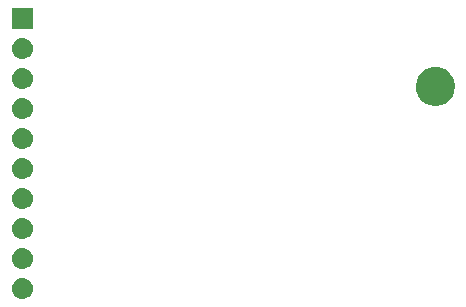
<source format=gbr>
G04 #@! TF.GenerationSoftware,KiCad,Pcbnew,(5.1.4)-1*
G04 #@! TF.CreationDate,2019-12-30T10:40:51-06:00*
G04 #@! TF.ProjectId,analog_pcb,616e616c-6f67-45f7-9063-622e6b696361,rev?*
G04 #@! TF.SameCoordinates,Original*
G04 #@! TF.FileFunction,Soldermask,Bot*
G04 #@! TF.FilePolarity,Negative*
%FSLAX46Y46*%
G04 Gerber Fmt 4.6, Leading zero omitted, Abs format (unit mm)*
G04 Created by KiCad (PCBNEW (5.1.4)-1) date 2019-12-30 10:40:51*
%MOMM*%
%LPD*%
G04 APERTURE LIST*
%ADD10C,0.100000*%
G04 APERTURE END LIST*
D10*
G36*
X117050442Y-88805518D02*
G01*
X117116627Y-88812037D01*
X117286466Y-88863557D01*
X117442991Y-88947222D01*
X117478729Y-88976552D01*
X117580186Y-89059814D01*
X117663448Y-89161271D01*
X117692778Y-89197009D01*
X117776443Y-89353534D01*
X117827963Y-89523373D01*
X117845359Y-89700000D01*
X117827963Y-89876627D01*
X117776443Y-90046466D01*
X117692778Y-90202991D01*
X117663448Y-90238729D01*
X117580186Y-90340186D01*
X117478729Y-90423448D01*
X117442991Y-90452778D01*
X117286466Y-90536443D01*
X117116627Y-90587963D01*
X117050442Y-90594482D01*
X116984260Y-90601000D01*
X116895740Y-90601000D01*
X116829558Y-90594482D01*
X116763373Y-90587963D01*
X116593534Y-90536443D01*
X116437009Y-90452778D01*
X116401271Y-90423448D01*
X116299814Y-90340186D01*
X116216552Y-90238729D01*
X116187222Y-90202991D01*
X116103557Y-90046466D01*
X116052037Y-89876627D01*
X116034641Y-89700000D01*
X116052037Y-89523373D01*
X116103557Y-89353534D01*
X116187222Y-89197009D01*
X116216552Y-89161271D01*
X116299814Y-89059814D01*
X116401271Y-88976552D01*
X116437009Y-88947222D01*
X116593534Y-88863557D01*
X116763373Y-88812037D01*
X116829558Y-88805518D01*
X116895740Y-88799000D01*
X116984260Y-88799000D01*
X117050442Y-88805518D01*
X117050442Y-88805518D01*
G37*
G36*
X117050443Y-86265519D02*
G01*
X117116627Y-86272037D01*
X117286466Y-86323557D01*
X117442991Y-86407222D01*
X117478729Y-86436552D01*
X117580186Y-86519814D01*
X117663448Y-86621271D01*
X117692778Y-86657009D01*
X117776443Y-86813534D01*
X117827963Y-86983373D01*
X117845359Y-87160000D01*
X117827963Y-87336627D01*
X117776443Y-87506466D01*
X117692778Y-87662991D01*
X117663448Y-87698729D01*
X117580186Y-87800186D01*
X117478729Y-87883448D01*
X117442991Y-87912778D01*
X117286466Y-87996443D01*
X117116627Y-88047963D01*
X117050442Y-88054482D01*
X116984260Y-88061000D01*
X116895740Y-88061000D01*
X116829558Y-88054482D01*
X116763373Y-88047963D01*
X116593534Y-87996443D01*
X116437009Y-87912778D01*
X116401271Y-87883448D01*
X116299814Y-87800186D01*
X116216552Y-87698729D01*
X116187222Y-87662991D01*
X116103557Y-87506466D01*
X116052037Y-87336627D01*
X116034641Y-87160000D01*
X116052037Y-86983373D01*
X116103557Y-86813534D01*
X116187222Y-86657009D01*
X116216552Y-86621271D01*
X116299814Y-86519814D01*
X116401271Y-86436552D01*
X116437009Y-86407222D01*
X116593534Y-86323557D01*
X116763373Y-86272037D01*
X116829557Y-86265519D01*
X116895740Y-86259000D01*
X116984260Y-86259000D01*
X117050443Y-86265519D01*
X117050443Y-86265519D01*
G37*
G36*
X117050443Y-83725519D02*
G01*
X117116627Y-83732037D01*
X117286466Y-83783557D01*
X117442991Y-83867222D01*
X117478729Y-83896552D01*
X117580186Y-83979814D01*
X117663448Y-84081271D01*
X117692778Y-84117009D01*
X117776443Y-84273534D01*
X117827963Y-84443373D01*
X117845359Y-84620000D01*
X117827963Y-84796627D01*
X117776443Y-84966466D01*
X117692778Y-85122991D01*
X117663448Y-85158729D01*
X117580186Y-85260186D01*
X117478729Y-85343448D01*
X117442991Y-85372778D01*
X117286466Y-85456443D01*
X117116627Y-85507963D01*
X117050443Y-85514481D01*
X116984260Y-85521000D01*
X116895740Y-85521000D01*
X116829557Y-85514481D01*
X116763373Y-85507963D01*
X116593534Y-85456443D01*
X116437009Y-85372778D01*
X116401271Y-85343448D01*
X116299814Y-85260186D01*
X116216552Y-85158729D01*
X116187222Y-85122991D01*
X116103557Y-84966466D01*
X116052037Y-84796627D01*
X116034641Y-84620000D01*
X116052037Y-84443373D01*
X116103557Y-84273534D01*
X116187222Y-84117009D01*
X116216552Y-84081271D01*
X116299814Y-83979814D01*
X116401271Y-83896552D01*
X116437009Y-83867222D01*
X116593534Y-83783557D01*
X116763373Y-83732037D01*
X116829557Y-83725519D01*
X116895740Y-83719000D01*
X116984260Y-83719000D01*
X117050443Y-83725519D01*
X117050443Y-83725519D01*
G37*
G36*
X117050443Y-81185519D02*
G01*
X117116627Y-81192037D01*
X117286466Y-81243557D01*
X117442991Y-81327222D01*
X117478729Y-81356552D01*
X117580186Y-81439814D01*
X117663448Y-81541271D01*
X117692778Y-81577009D01*
X117776443Y-81733534D01*
X117827963Y-81903373D01*
X117845359Y-82080000D01*
X117827963Y-82256627D01*
X117776443Y-82426466D01*
X117692778Y-82582991D01*
X117663448Y-82618729D01*
X117580186Y-82720186D01*
X117478729Y-82803448D01*
X117442991Y-82832778D01*
X117286466Y-82916443D01*
X117116627Y-82967963D01*
X117050443Y-82974481D01*
X116984260Y-82981000D01*
X116895740Y-82981000D01*
X116829557Y-82974481D01*
X116763373Y-82967963D01*
X116593534Y-82916443D01*
X116437009Y-82832778D01*
X116401271Y-82803448D01*
X116299814Y-82720186D01*
X116216552Y-82618729D01*
X116187222Y-82582991D01*
X116103557Y-82426466D01*
X116052037Y-82256627D01*
X116034641Y-82080000D01*
X116052037Y-81903373D01*
X116103557Y-81733534D01*
X116187222Y-81577009D01*
X116216552Y-81541271D01*
X116299814Y-81439814D01*
X116401271Y-81356552D01*
X116437009Y-81327222D01*
X116593534Y-81243557D01*
X116763373Y-81192037D01*
X116829557Y-81185519D01*
X116895740Y-81179000D01*
X116984260Y-81179000D01*
X117050443Y-81185519D01*
X117050443Y-81185519D01*
G37*
G36*
X117050442Y-78645518D02*
G01*
X117116627Y-78652037D01*
X117286466Y-78703557D01*
X117442991Y-78787222D01*
X117478729Y-78816552D01*
X117580186Y-78899814D01*
X117663448Y-79001271D01*
X117692778Y-79037009D01*
X117776443Y-79193534D01*
X117827963Y-79363373D01*
X117845359Y-79540000D01*
X117827963Y-79716627D01*
X117776443Y-79886466D01*
X117692778Y-80042991D01*
X117663448Y-80078729D01*
X117580186Y-80180186D01*
X117478729Y-80263448D01*
X117442991Y-80292778D01*
X117286466Y-80376443D01*
X117116627Y-80427963D01*
X117050442Y-80434482D01*
X116984260Y-80441000D01*
X116895740Y-80441000D01*
X116829558Y-80434482D01*
X116763373Y-80427963D01*
X116593534Y-80376443D01*
X116437009Y-80292778D01*
X116401271Y-80263448D01*
X116299814Y-80180186D01*
X116216552Y-80078729D01*
X116187222Y-80042991D01*
X116103557Y-79886466D01*
X116052037Y-79716627D01*
X116034641Y-79540000D01*
X116052037Y-79363373D01*
X116103557Y-79193534D01*
X116187222Y-79037009D01*
X116216552Y-79001271D01*
X116299814Y-78899814D01*
X116401271Y-78816552D01*
X116437009Y-78787222D01*
X116593534Y-78703557D01*
X116763373Y-78652037D01*
X116829558Y-78645518D01*
X116895740Y-78639000D01*
X116984260Y-78639000D01*
X117050442Y-78645518D01*
X117050442Y-78645518D01*
G37*
G36*
X117050443Y-76105519D02*
G01*
X117116627Y-76112037D01*
X117286466Y-76163557D01*
X117442991Y-76247222D01*
X117478729Y-76276552D01*
X117580186Y-76359814D01*
X117663448Y-76461271D01*
X117692778Y-76497009D01*
X117776443Y-76653534D01*
X117827963Y-76823373D01*
X117845359Y-77000000D01*
X117827963Y-77176627D01*
X117776443Y-77346466D01*
X117692778Y-77502991D01*
X117663448Y-77538729D01*
X117580186Y-77640186D01*
X117478729Y-77723448D01*
X117442991Y-77752778D01*
X117286466Y-77836443D01*
X117116627Y-77887963D01*
X117050442Y-77894482D01*
X116984260Y-77901000D01*
X116895740Y-77901000D01*
X116829558Y-77894482D01*
X116763373Y-77887963D01*
X116593534Y-77836443D01*
X116437009Y-77752778D01*
X116401271Y-77723448D01*
X116299814Y-77640186D01*
X116216552Y-77538729D01*
X116187222Y-77502991D01*
X116103557Y-77346466D01*
X116052037Y-77176627D01*
X116034641Y-77000000D01*
X116052037Y-76823373D01*
X116103557Y-76653534D01*
X116187222Y-76497009D01*
X116216552Y-76461271D01*
X116299814Y-76359814D01*
X116401271Y-76276552D01*
X116437009Y-76247222D01*
X116593534Y-76163557D01*
X116763373Y-76112037D01*
X116829557Y-76105519D01*
X116895740Y-76099000D01*
X116984260Y-76099000D01*
X117050443Y-76105519D01*
X117050443Y-76105519D01*
G37*
G36*
X117050442Y-73565518D02*
G01*
X117116627Y-73572037D01*
X117286466Y-73623557D01*
X117442991Y-73707222D01*
X117478729Y-73736552D01*
X117580186Y-73819814D01*
X117631561Y-73882416D01*
X117692778Y-73957009D01*
X117776443Y-74113534D01*
X117827963Y-74283373D01*
X117845359Y-74460000D01*
X117827963Y-74636627D01*
X117776443Y-74806466D01*
X117692778Y-74962991D01*
X117663448Y-74998729D01*
X117580186Y-75100186D01*
X117478729Y-75183448D01*
X117442991Y-75212778D01*
X117286466Y-75296443D01*
X117116627Y-75347963D01*
X117050443Y-75354481D01*
X116984260Y-75361000D01*
X116895740Y-75361000D01*
X116829557Y-75354481D01*
X116763373Y-75347963D01*
X116593534Y-75296443D01*
X116437009Y-75212778D01*
X116401271Y-75183448D01*
X116299814Y-75100186D01*
X116216552Y-74998729D01*
X116187222Y-74962991D01*
X116103557Y-74806466D01*
X116052037Y-74636627D01*
X116034641Y-74460000D01*
X116052037Y-74283373D01*
X116103557Y-74113534D01*
X116187222Y-73957009D01*
X116248439Y-73882416D01*
X116299814Y-73819814D01*
X116401271Y-73736552D01*
X116437009Y-73707222D01*
X116593534Y-73623557D01*
X116763373Y-73572037D01*
X116829558Y-73565518D01*
X116895740Y-73559000D01*
X116984260Y-73559000D01*
X117050442Y-73565518D01*
X117050442Y-73565518D01*
G37*
G36*
X152275256Y-70991298D02*
G01*
X152381579Y-71012447D01*
X152682042Y-71136903D01*
X152952451Y-71317585D01*
X153182415Y-71547549D01*
X153363097Y-71817958D01*
X153478526Y-72096627D01*
X153487553Y-72118422D01*
X153551000Y-72437389D01*
X153551000Y-72762611D01*
X153508702Y-72975256D01*
X153487553Y-73081579D01*
X153363097Y-73382042D01*
X153182415Y-73652451D01*
X152952451Y-73882415D01*
X152682042Y-74063097D01*
X152381579Y-74187553D01*
X152275256Y-74208702D01*
X152062611Y-74251000D01*
X151737389Y-74251000D01*
X151524744Y-74208702D01*
X151418421Y-74187553D01*
X151117958Y-74063097D01*
X150847549Y-73882415D01*
X150617585Y-73652451D01*
X150436903Y-73382042D01*
X150312447Y-73081579D01*
X150291298Y-72975256D01*
X150249000Y-72762611D01*
X150249000Y-72437389D01*
X150312447Y-72118422D01*
X150321475Y-72096627D01*
X150436903Y-71817958D01*
X150617585Y-71547549D01*
X150847549Y-71317585D01*
X151117958Y-71136903D01*
X151418421Y-71012447D01*
X151524744Y-70991298D01*
X151737389Y-70949000D01*
X152062611Y-70949000D01*
X152275256Y-70991298D01*
X152275256Y-70991298D01*
G37*
G36*
X117050443Y-71025519D02*
G01*
X117116627Y-71032037D01*
X117286466Y-71083557D01*
X117442991Y-71167222D01*
X117478729Y-71196552D01*
X117580186Y-71279814D01*
X117663448Y-71381271D01*
X117692778Y-71417009D01*
X117776443Y-71573534D01*
X117827963Y-71743373D01*
X117845359Y-71920000D01*
X117827963Y-72096627D01*
X117776443Y-72266466D01*
X117692778Y-72422991D01*
X117680960Y-72437391D01*
X117580186Y-72560186D01*
X117478729Y-72643448D01*
X117442991Y-72672778D01*
X117286466Y-72756443D01*
X117116627Y-72807963D01*
X117050443Y-72814481D01*
X116984260Y-72821000D01*
X116895740Y-72821000D01*
X116829557Y-72814481D01*
X116763373Y-72807963D01*
X116593534Y-72756443D01*
X116437009Y-72672778D01*
X116401271Y-72643448D01*
X116299814Y-72560186D01*
X116199040Y-72437391D01*
X116187222Y-72422991D01*
X116103557Y-72266466D01*
X116052037Y-72096627D01*
X116034641Y-71920000D01*
X116052037Y-71743373D01*
X116103557Y-71573534D01*
X116187222Y-71417009D01*
X116216552Y-71381271D01*
X116299814Y-71279814D01*
X116401271Y-71196552D01*
X116437009Y-71167222D01*
X116593534Y-71083557D01*
X116763373Y-71032037D01*
X116829557Y-71025519D01*
X116895740Y-71019000D01*
X116984260Y-71019000D01*
X117050443Y-71025519D01*
X117050443Y-71025519D01*
G37*
G36*
X117050443Y-68485519D02*
G01*
X117116627Y-68492037D01*
X117286466Y-68543557D01*
X117442991Y-68627222D01*
X117478729Y-68656552D01*
X117580186Y-68739814D01*
X117663448Y-68841271D01*
X117692778Y-68877009D01*
X117776443Y-69033534D01*
X117827963Y-69203373D01*
X117845359Y-69380000D01*
X117827963Y-69556627D01*
X117776443Y-69726466D01*
X117692778Y-69882991D01*
X117663448Y-69918729D01*
X117580186Y-70020186D01*
X117478729Y-70103448D01*
X117442991Y-70132778D01*
X117286466Y-70216443D01*
X117116627Y-70267963D01*
X117050442Y-70274482D01*
X116984260Y-70281000D01*
X116895740Y-70281000D01*
X116829558Y-70274482D01*
X116763373Y-70267963D01*
X116593534Y-70216443D01*
X116437009Y-70132778D01*
X116401271Y-70103448D01*
X116299814Y-70020186D01*
X116216552Y-69918729D01*
X116187222Y-69882991D01*
X116103557Y-69726466D01*
X116052037Y-69556627D01*
X116034641Y-69380000D01*
X116052037Y-69203373D01*
X116103557Y-69033534D01*
X116187222Y-68877009D01*
X116216552Y-68841271D01*
X116299814Y-68739814D01*
X116401271Y-68656552D01*
X116437009Y-68627222D01*
X116593534Y-68543557D01*
X116763373Y-68492037D01*
X116829557Y-68485519D01*
X116895740Y-68479000D01*
X116984260Y-68479000D01*
X117050443Y-68485519D01*
X117050443Y-68485519D01*
G37*
G36*
X117841000Y-67741000D02*
G01*
X116039000Y-67741000D01*
X116039000Y-65939000D01*
X117841000Y-65939000D01*
X117841000Y-67741000D01*
X117841000Y-67741000D01*
G37*
M02*

</source>
